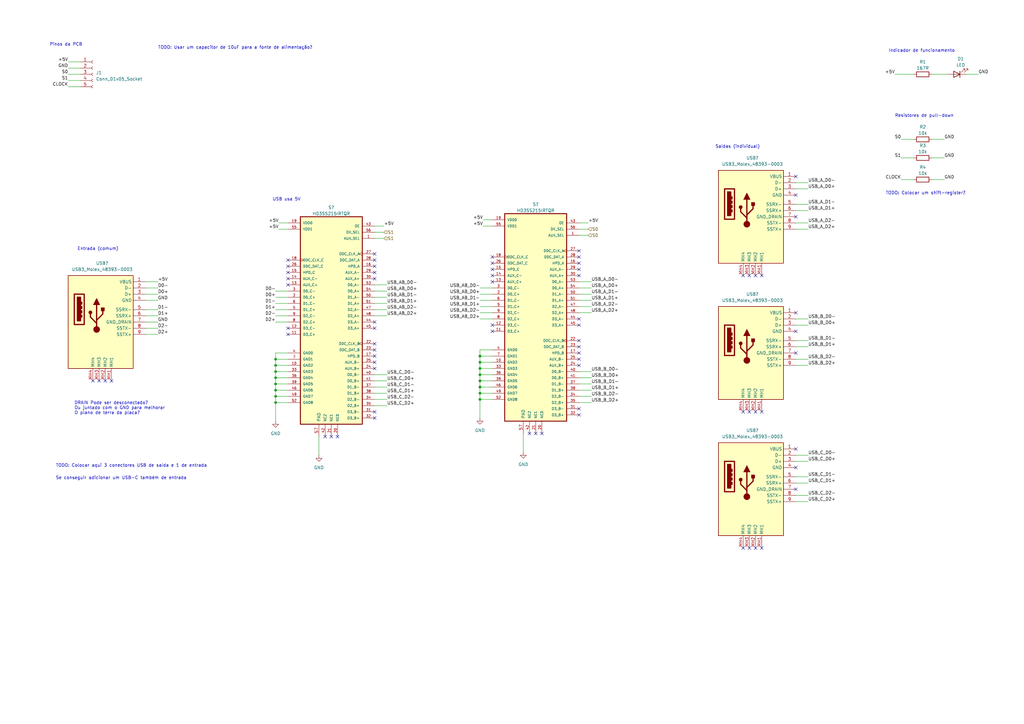
<source format=kicad_sch>
(kicad_sch (version 20230121) (generator eeschema)
  (paper "A3")
  (title_block (title "KVM Project - Módulo USB 3.0") (date "2023-09-01"))
  (lib_symbols
    (symbol "Connector:Conn_01x05_Socket" (pin_names (offset 1.016) hide)
      (property "Reference" "J" (at 0 7.62 0))
      (property "Value" "Conn_01x05_Socket" (at 0 -7.62 0))
      (symbol "Conn_01x05_Socket_1_1"
        (arc (start 0 -4.572) (mid -0.5058 -5.08) (end 0 -5.588) (stroke (width 0.1524)))
        (arc (start 0 -2.032) (mid -0.5058 -2.54) (end 0 -3.048) (stroke (width 0.1524)))
        (polyline (pts (xy -1.27 -5.08) (xy -0.508 -5.08)) (stroke (width 0.1524)))
        (polyline (pts (xy -1.27 -2.54) (xy -0.508 -2.54)) (stroke (width 0.1524)))
        (polyline (pts (xy -1.27 0) (xy -0.508 0)) (stroke (width 0.1524)))
        (polyline (pts (xy -1.27 2.54) (xy -0.508 2.54)) (stroke (width 0.1524)))
        (polyline (pts (xy -1.27 5.08) (xy -0.508 5.08)) (stroke (width 0.1524)))
        (arc (start 0 0.508) (mid -0.5058 0) (end 0 -0.508) (stroke (width 0.1524)))
        (arc (start 0 3.048) (mid -0.5058 2.54) (end 0 2.032) (stroke (width 0.1524)))
        (arc (start 0 5.588) (mid -0.5058 5.08) (end 0 4.572) (stroke (width 0.1524)))
        (pin passive line (at -5.08 5.08 0) (length 3.81) (name "Pin_1") (number "1"))
        (pin passive line (at -5.08 2.54 0) (length 3.81) (name "Pin_2") (number "2"))
        (pin passive line (at -5.08 0 0) (length 3.81) (name "Pin_3") (number "3"))
        (pin passive line (at -5.08 -2.54 0) (length 3.81) (name "Pin_4") (number "4"))
        (pin passive line (at -5.08 -5.08 0) (length 3.81) (name "Pin_5") (number "5"))
      )
    )
    (symbol "Custom:USB3_Molex_48393-0003"
      (property "Reference" "U?" (at -1.27 16.51 0))
      (property "Value" "USB3_Molex_48393-0003" (at 0 13.97 0))
      (symbol "USB3_Molex_48393-0003_0_0"
        (rectangle (start -11.43 3.81) (end -7.366 -8.636) (stroke (width 0.508)))
        (rectangle (start -10.16 2.54) (end -8.89 -7.112) (stroke (width 0.508)) (fill (type outline)))
        (rectangle (start -8.636 -4.826) (end -8.382 -5.588) (stroke (width 0.508)))
        (rectangle (start -8.636 -3.048) (end -8.382 -3.81) (stroke (width 0.508)))
        (rectangle (start -8.636 -1.27) (end -8.382 -2.032) (stroke (width 0.508)))
        (rectangle (start -8.636 0.508) (end -8.382 -0.254) (stroke (width 0.508)))
      )
      (symbol "USB3_Molex_48393-0003_1_1"
        (rectangle (start -13.97 11.43) (end 12.7 -26.67) (stroke (width 0.254)) (fill (type background)))
        (circle (center -4.826 -3.683) (radius 0.635) (stroke (width 0.254)) (fill (type outline)))
        (circle (center -2.286 -10.668) (radius 1.27) (fill (type outline)))
        (rectangle (start -0.381 -1.778) (end 0.889 -3.048) (stroke (width 0.254)) (fill (type outline)))
        (polyline (pts (xy -2.286 -10.668) (xy -2.286 -0.508)) (stroke (width 0.508)))
        (polyline (pts (xy -2.286 -8.128) (xy -4.826 -5.588) (xy -4.826 -4.318)) (stroke (width 0.508)))
        (polyline (pts (xy -2.286 -6.858) (xy 0.254 -4.318) (xy 0.254 -3.048)) (stroke (width 0.508)))
        (polyline (pts (xy -3.556 -0.508) (xy -2.286 2.032) (xy -1.016 -0.508) (xy -3.556 -0.508)) (stroke (width 0.254)) (fill (type outline)))
        (pin passive line (at 17.78 8.89 180) (length 5.08) (name "VBUS") (number "1"))
        (pin passive line (at 17.78 6.35 180) (length 5.08) (name "D-") (number "2"))
        (pin passive line (at 17.78 3.81 180) (length 5.08) (name "D+") (number "3"))
        (pin passive line (at 17.78 1.27 180) (length 5.08) (name "GND") (number "4"))
        (pin passive line (at 17.78 -2.54 180) (length 5.08) (name "SSRX-") (number "5"))
        (pin passive line (at 17.78 -5.08 180) (length 5.08) (name "SSRX+") (number "6"))
        (pin passive line (at 17.78 -7.62 180) (length 5.08) (name "GND_DRAIN") (number "7"))
        (pin passive line (at 17.78 -10.16 180) (length 5.08) (name "SSTX-") (number "8"))
        (pin passive line (at 17.78 -12.7 180) (length 5.08) (name "SSTX+") (number "9"))
        (pin passive line (at 3.81 -31.75 90) (length 5.08) (name "MH1") (number "MH1"))
        (pin passive line (at 1.27 -31.75 90) (length 5.08) (name "MH2") (number "MH2"))
        (pin passive line (at -1.27 -31.75 90) (length 5.08) (name "MH3") (number "MH3"))
        (pin passive line (at -3.81 -31.75 90) (length 5.08) (name "MH4") (number "MH4"))
      )
    )
    (symbol "Custom_HD3SS215IRTQR:HD3SS215IRTQR" (pin_names (offset 1.016))
      (property "Reference" "U" (at -12.7 61.96 0))
      (property "Value" "HD3SS215IRTQR" (at -7.62 62.23 0))
      (symbol "HD3SS215IRTQR_0_0"
        (rectangle (start -12.7 60.96) (end 12.7 -24.13) (stroke (width 0.41)) (fill (type background)))
        (pin input line (at -17.78 52.07 0) (length 5.08) (name "AUX_SEL") (number "1"))
        (pin input line (at -17.78 57.15 0) (length 5.08) (name "OE") (number "43"))
        (pin input line (at -17.78 54.61 0) (length 5.08) (name "DX_SEL") (number "56"))
      )
      (symbol "HD3SS215IRTQR_1_0"
        (pin power_in line (at 17.78 0 180) (length 5.08) (name "GND2") (number "10"))
        (pin bidirectional line (at 17.78 12.7 180) (length 5.08) (name "D3_C+") (number "11"))
        (pin bidirectional line (at 17.78 15.24 180) (length 5.08) (name "D3_C-") (number "12"))
        (pin bidirectional line (at 17.78 33.02 180) (length 5.08) (name "AUX_C+") (number "13"))
        (pin bidirectional line (at 17.78 35.56 180) (length 5.08) (name "AUX_C-") (number "14"))
        (pin bidirectional line (at 17.78 38.1 180) (length 5.08) (name "HPD_C") (number "15"))
        (pin bidirectional line (at -17.78 40.64 0) (length 5.08) (name "HPD_A") (number "16"))
        (pin bidirectional line (at -17.78 3.81 0) (length 5.08) (name "HPD_B") (number "17"))
        (pin input clock (at 17.78 43.18 180) (length 5.08) (name "DDC_CLK_C") (number "18"))
        (pin power_in line (at 17.78 58.42 180) (length 5.08) (name "VDD0") (number "19"))
        (pin bidirectional line (at 17.78 27.94 180) (length 5.08) (name "D0_C+") (number "2"))
        (pin bidirectional line (at -2.54 -29.21 90) (length 5.08) (name "NC0") (number "20"))
        (pin bidirectional line (at 0 -29.21 90) (length 5.08) (name "NC1") (number "21"))
        (pin input clock (at -17.78 8.89 0) (length 5.08) (name "DDC_CLK_B") (number "22"))
        (pin bidirectional line (at -17.78 6.35 0) (length 5.08) (name "DDC_DAT_B") (number "23"))
        (pin bidirectional line (at -17.78 -1.27 0) (length 5.08) (name "AUX_B+") (number "24"))
        (pin bidirectional line (at -17.78 1.27 0) (length 5.08) (name "AUX_B-") (number "25"))
        (pin bidirectional line (at 17.78 40.64 180) (length 5.08) (name "DDC_DAT_C") (number "26"))
        (pin input clock (at -17.78 45.72 0) (length 5.08) (name "DDC_CLK_A") (number "27"))
        (pin bidirectional line (at -17.78 43.18 0) (length 5.08) (name "DDC_DAT_A") (number "28"))
        (pin bidirectional line (at -17.78 38.1 0) (length 5.08) (name "AUX_A-") (number "29"))
        (pin bidirectional line (at 17.78 30.48 180) (length 5.08) (name "D0_C-") (number "3"))
        (pin bidirectional line (at -17.78 35.56 0) (length 5.08) (name "AUX_A+") (number "30"))
        (pin bidirectional line (at -17.78 -19.05 0) (length 5.08) (name "D3_B-") (number "31"))
        (pin bidirectional line (at -17.78 -21.59 0) (length 5.08) (name "D3_B+") (number "32"))
        (pin power_in line (at 17.78 -2.54 180) (length 5.08) (name "GND3") (number "33"))
        (pin bidirectional line (at -17.78 -13.97 0) (length 5.08) (name "D2_B-") (number "34"))
        (pin bidirectional line (at -17.78 -16.51 0) (length 5.08) (name "D2_B+") (number "35"))
        (pin power_in line (at 17.78 -5.08 180) (length 5.08) (name "GND4") (number "36"))
        (pin bidirectional line (at -17.78 -8.89 0) (length 5.08) (name "D1_B-") (number "37"))
        (pin bidirectional line (at -17.78 -11.43 0) (length 5.08) (name "D1_B+") (number "38"))
        (pin power_in line (at 17.78 -7.62 180) (length 5.08) (name "GND5") (number "39"))
        (pin power_in line (at 17.78 5.08 180) (length 5.08) (name "GND0") (number "4"))
        (pin bidirectional line (at -17.78 -3.81 0) (length 5.08) (name "D0_B-") (number "40"))
        (pin bidirectional line (at -17.78 -6.35 0) (length 5.08) (name "D0_B+") (number "41"))
        (pin bidirectional line (at 2.54 -29.21 90) (length 5.08) (name "NC2") (number "42"))
        (pin bidirectional line (at -17.78 17.78 0) (length 5.08) (name "D3_A-") (number "44"))
        (pin bidirectional line (at -17.78 15.24 0) (length 5.08) (name "D3_A+") (number "45"))
        (pin power_in line (at 17.78 -10.16 180) (length 5.08) (name "GND6") (number "46"))
        (pin bidirectional line (at -17.78 22.86 0) (length 5.08) (name "D2_A-") (number "47"))
        (pin bidirectional line (at -17.78 20.32 0) (length 5.08) (name "D2_A+") (number "48"))
        (pin power_in line (at 17.78 -12.7 180) (length 5.08) (name "GND7") (number "49"))
        (pin bidirectional line (at 17.78 22.86 180) (length 5.08) (name "D1_C+") (number "5"))
        (pin bidirectional line (at -17.78 27.94 0) (length 5.08) (name "D1_A-") (number "50"))
        (pin bidirectional line (at -17.78 25.4 0) (length 5.08) (name "D1_A+") (number "51"))
        (pin power_in line (at 17.78 -15.24 180) (length 5.08) (name "GND8") (number "52"))
        (pin bidirectional line (at -17.78 33.02 0) (length 5.08) (name "D0_A-") (number "53"))
        (pin bidirectional line (at -17.78 30.48 0) (length 5.08) (name "D0_A+") (number "54"))
        (pin power_in line (at 17.78 55.88 180) (length 5.08) (name "VDD1") (number "55"))
        (pin bidirectional line (at 17.78 25.4 180) (length 5.08) (name "D1_C-") (number "6"))
        (pin power_in line (at 17.78 2.54 180) (length 5.08) (name "GND1") (number "7"))
        (pin bidirectional line (at 17.78 17.78 180) (length 5.08) (name "D2_C+") (number "8"))
        (pin bidirectional line (at 17.78 20.32 180) (length 5.08) (name "D2_C-") (number "9"))
      )
      (symbol "HD3SS215IRTQR_1_1"
        (pin passive line (at 5.08 -29.21 90) (length 5.08) (name "PAD") (number "57"))
      )
    )
    (symbol "Device:LED" (pin_numbers hide) (pin_names (offset 1.016) hide)
      (property "Reference" "D" (at 0 2.54 0))
      (property "Value" "LED" (at 0 -2.54 0))
      (symbol "LED_0_1"
        (polyline (pts (xy -1.27 -1.27) (xy -1.27 1.27)) (stroke (width 0.254)))
        (polyline (pts (xy -1.27 0) (xy 1.27 0)))
        (polyline (pts (xy 1.27 -1.27) (xy 1.27 1.27) (xy -1.27 0) (xy 1.27 -1.27)) (stroke (width 0.254)))
        (polyline (pts (xy -3.048 -0.762) (xy -4.572 -2.286) (xy -3.81 -2.286) (xy -4.572 -2.286) (xy -4.572 -1.524)))
        (polyline (pts (xy -1.778 -0.762) (xy -3.302 -2.286) (xy -2.54 -2.286) (xy -3.302 -2.286) (xy -3.302 -1.524)))
      )
      (symbol "LED_1_1"
        (pin passive line (at -3.81 0 0) (length 2.54) (name "K") (number "1"))
        (pin passive line (at 3.81 0 180) (length 2.54) (name "A") (number "2"))
      )
    )
    (symbol "Device:R" (pin_numbers hide) (pin_names (offset 0))
      (property "Reference" "R" (at 2.032 0 90))
      (property "Value" "R" (at 0 0 90))
      (symbol "R_0_1"
        (rectangle (start -1.016 -2.54) (end 1.016 2.54) (stroke (width 0.254)))
      )
      (symbol "R_1_1"
        (pin passive line (at 0 3.81 270) (length 1.27) (name "~") (number "1"))
        (pin passive line (at 0 -3.81 90) (length 1.27) (name "~") (number "2"))
      )
    )
    (symbol "HD3SS215IRTQR_1" (pin_names (offset 1.016))
      (property "Reference" "U" (at -12.7 61.96 0))
      (property "Value" "HD3SS215IRTQR" (at -7.62 62.23 0))
      (symbol "HD3SS215IRTQR_1_0_0"
        (rectangle (start -12.7 60.96) (end 12.7 -24.13) (stroke (width 0.41)) (fill (type background)))
        (pin input line (at -17.78 52.07 0) (length 5.08) (name "AUX_SEL") (number "1"))
        (pin input line (at -17.78 57.15 0) (length 5.08) (name "OE") (number "43"))
        (pin input line (at -17.78 54.61 0) (length 5.08) (name "DX_SEL") (number "56"))
      )
      (symbol "HD3SS215IRTQR_1_1_0"
        (pin power_in line (at 17.78 0 180) (length 5.08) (name "GND2") (number "10"))
        (pin bidirectional line (at 17.78 12.7 180) (length 5.08) (name "D3_C+") (number "11"))
        (pin bidirectional line (at 17.78 15.24 180) (length 5.08) (name "D3_C-") (number "12"))
        (pin bidirectional line (at 17.78 33.02 180) (length 5.08) (name "AUX_C+") (number "13"))
        (pin bidirectional line (at 17.78 35.56 180) (length 5.08) (name "AUX_C-") (number "14"))
        (pin bidirectional line (at 17.78 38.1 180) (length 5.08) (name "HPD_C") (number "15"))
        (pin bidirectional line (at -17.78 40.64 0) (length 5.08) (name "HPD_A") (number "16"))
        (pin bidirectional line (at -17.78 3.81 0) (length 5.08) (name "HPD_B") (number "17"))
        (pin input clock (at 17.78 43.18 180) (length 5.08) (name "DDC_CLK_C") (number "18"))
        (pin power_in line (at 17.78 58.42 180) (length 5.08) (name "VDD0") (number "19"))
        (pin bidirectional line (at 17.78 27.94 180) (length 5.08) (name "D0_C+") (number "2"))
        (pin bidirectional line (at -2.54 -29.21 90) (length 5.08) (name "NC0") (number "20"))
        (pin bidirectional line (at 0 -29.21 90) (length 5.08) (name "NC1") (number "21"))
        (pin input clock (at -17.78 8.89 0) (length 5.08) (name "DDC_CLK_B") (number "22"))
        (pin bidirectional line (at -17.78 6.35 0) (length 5.08) (name "DDC_DAT_B") (number "23"))
        (pin bidirectional line (at -17.78 -1.27 0) (length 5.08) (name "AUX_B+") (number "24"))
        (pin bidirectional line (at -17.78 1.27 0) (length 5.08) (name "AUX_B-") (number "25"))
        (pin bidirectional line (at 17.78 40.64 180) (length 5.08) (name "DDC_DAT_C") (number "26"))
        (pin input clock (at -17.78 45.72 0) (length 5.08) (name "DDC_CLK_A") (number "27"))
        (pin bidirectional line (at -17.78 43.18 0) (length 5.08) (name "DDC_DAT_A") (number "28"))
        (pin bidirectional line (at -17.78 38.1 0) (length 5.08) (name "AUX_A-") (number "29"))
        (pin bidirectional line (at 17.78 30.48 180) (length 5.08) (name "D0_C-") (number "3"))
        (pin bidirectional line (at -17.78 35.56 0) (length 5.08) (name "AUX_A+") (number "30"))
        (pin bidirectional line (at -17.78 -19.05 0) (length 5.08) (name "D3_B-") (number "31"))
        (pin bidirectional line (at -17.78 -21.59 0) (length 5.08) (name "D3_B+") (number "32"))
        (pin power_in line (at 17.78 -2.54 180) (length 5.08) (name "GND3") (number "33"))
        (pin bidirectional line (at -17.78 -13.97 0) (length 5.08) (name "D2_B-") (number "34"))
        (pin bidirectional line (at -17.78 -16.51 0) (length 5.08) (name "D2_B+") (number "35"))
        (pin power_in line (at 17.78 -5.08 180) (length 5.08) (name "GND4") (number "36"))
        (pin bidirectional line (at -17.78 -8.89 0) (length 5.08) (name "D1_B-") (number "37"))
        (pin bidirectional line (at -17.78 -11.43 0) (length 5.08) (name "D1_B+") (number "38"))
        (pin power_in line (at 17.78 -7.62 180) (length 5.08) (name "GND5") (number "39"))
        (pin power_in line (at 17.78 5.08 180) (length 5.08) (name "GND0") (number "4"))
        (pin bidirectional line (at -17.78 -3.81 0) (length 5.08) (name "D0_B-") (number "40"))
        (pin bidirectional line (at -17.78 -6.35 0) (length 5.08) (name "D0_B+") (number "41"))
        (pin bidirectional line (at 2.54 -29.21 90) (length 5.08) (name "NC2") (number "42"))
        (pin bidirectional line (at -17.78 17.78 0) (length 5.08) (name "D3_A-") (number "44"))
        (pin bidirectional line (at -17.78 15.24 0) (length 5.08) (name "D3_A+") (number "45"))
        (pin power_in line (at 17.78 -10.16 180) (length 5.08) (name "GND6") (number "46"))
        (pin bidirectional line (at -17.78 22.86 0) (length 5.08) (name "D2_A-") (number "47"))
        (pin bidirectional line (at -17.78 20.32 0) (length 5.08) (name "D2_A+") (number "48"))
        (pin power_in line (at 17.78 -12.7 180) (length 5.08) (name "GND7") (number "49"))
        (pin bidirectional line (at 17.78 22.86 180) (length 5.08) (name "D1_C+") (number "5"))
        (pin bidirectional line (at -17.78 27.94 0) (length 5.08) (name "D1_A-") (number "50"))
        (pin bidirectional line (at -17.78 25.4 0) (length 5.08) (name "D1_A+") (number "51"))
        (pin power_in line (at 17.78 -15.24 180) (length 5.08) (name "GND8") (number "52"))
        (pin bidirectional line (at -17.78 33.02 0) (length 5.08) (name "D0_A-") (number "53"))
        (pin bidirectional line (at -17.78 30.48 0) (length 5.08) (name "D0_A+") (number "54"))
        (pin power_in line (at 17.78 55.88 180) (length 5.08) (name "VDD1") (number "55"))
        (pin bidirectional line (at 17.78 25.4 180) (length 5.08) (name "D1_C-") (number "6"))
        (pin power_in line (at 17.78 2.54 180) (length 5.08) (name "GND1") (number "7"))
        (pin bidirectional line (at 17.78 17.78 180) (length 5.08) (name "D2_C+") (number "8"))
        (pin bidirectional line (at 17.78 20.32 180) (length 5.08) (name "D2_C-") (number "9"))
      )
      (symbol "HD3SS215IRTQR_1_1_1"
        (pin passive line (at 5.08 -29.21 90) (length 5.08) (name "PAD") (number "57"))
      )
    )
    (symbol "power:GND" (power) (pin_names (offset 0))
      (property "Value" "GND" (at 0 -3.81 0))
      (symbol "GND_0_1"
        (polyline (pts (xy 0 0) (xy 0 -1.27) (xy 1.27 -1.27) (xy 0 -2.54) (xy -1.27 -1.27) (xy 0 -1.27)))
      )
      (symbol "GND_1_1"
        (pin power_in line (at 0 0 270) (length 0) hide (name "GND") (number "1"))
      )
    )
  )
  (junction (at 196.85 158.75))
  (junction (at 113.03 160.02))
  (junction (at 196.85 146.05))
  (junction (at 196.85 151.13))
  (junction (at 113.03 149.86))
  (junction (at 113.03 147.32))
  (junction (at 196.85 156.21))
  (junction (at 113.03 165.1))
  (junction (at 113.03 162.56))
  (junction (at 196.85 153.67))
  (junction (at 196.85 148.59))
  (junction (at 196.85 163.83))
  (junction (at 113.03 157.48))
  (junction (at 113.03 154.94))
  (junction (at 113.03 152.4))
  (junction (at 196.85 161.29))
  (no_connect (at 326.39 144.78))
  (no_connect (at 138.43 179.07))
  (no_connect (at 153.67 134.62))
  (no_connect (at 237.49 107.95))
  (no_connect (at 40.64 156.21))
  (no_connect (at 237.49 110.49))
  (no_connect (at 153.67 132.08))
  (no_connect (at 309.88 224.79))
  (no_connect (at 237.49 142.24))
  (no_connect (at 45.72 156.21))
  (no_connect (at 133.35 179.07))
  (no_connect (at 217.17 177.8))
  (no_connect (at 201.93 135.89))
  (no_connect (at 237.49 170.18))
  (no_connect (at 307.34 168.91))
  (no_connect (at 326.39 72.39))
  (no_connect (at 326.39 128.27))
  (no_connect (at 38.1 156.21))
  (no_connect (at 237.49 149.86))
  (no_connect (at 153.67 171.45))
  (no_connect (at 118.11 137.16))
  (no_connect (at 135.89 179.07))
  (no_connect (at 312.42 113.03))
  (no_connect (at 309.88 113.03))
  (no_connect (at 237.49 133.35))
  (no_connect (at 237.49 113.03))
  (no_connect (at 304.8 113.03))
  (no_connect (at 153.67 143.51))
  (no_connect (at 304.8 168.91))
  (no_connect (at 153.67 104.14))
  (no_connect (at 118.11 134.62))
  (no_connect (at 118.11 109.22))
  (no_connect (at 222.25 177.8))
  (no_connect (at 326.39 200.66))
  (no_connect (at 153.67 106.68))
  (no_connect (at 153.67 151.13))
  (no_connect (at 153.67 109.22))
  (no_connect (at 43.18 156.21))
  (no_connect (at 312.42 224.79))
  (no_connect (at 118.11 106.68))
  (no_connect (at 326.39 80.01))
  (no_connect (at 304.8 224.79))
  (no_connect (at 153.67 146.05))
  (no_connect (at 237.49 167.64))
  (no_connect (at 201.93 133.35))
  (no_connect (at 237.49 102.87))
  (no_connect (at 201.93 110.49))
  (no_connect (at 118.11 116.84))
  (no_connect (at 326.39 88.9))
  (no_connect (at 326.39 184.15))
  (no_connect (at 237.49 139.7))
  (no_connect (at 153.67 168.91))
  (no_connect (at 118.11 114.3))
  (no_connect (at 237.49 130.81))
  (no_connect (at 309.88 168.91))
  (no_connect (at 201.93 107.95))
  (no_connect (at 326.39 135.89))
  (no_connect (at 307.34 113.03))
  (no_connect (at 219.71 177.8))
  (no_connect (at 237.49 147.32))
  (no_connect (at 201.93 105.41))
  (no_connect (at 237.49 144.78))
  (no_connect (at 201.93 115.57))
  (no_connect (at 307.34 224.79))
  (no_connect (at 237.49 105.41))
  (no_connect (at 153.67 140.97))
  (no_connect (at 118.11 111.76))
  (no_connect (at 312.42 168.91))
  (no_connect (at 201.93 113.03))
  (no_connect (at 153.67 111.76))
  (no_connect (at 326.39 191.77))
  (no_connect (at 153.67 114.3))
  (no_connect (at 153.67 148.59))
  (wire (pts (xy 198.12 92.71) (xy 201.93 92.71)))
  (wire (pts (xy 331.47 198.12) (xy 326.39 198.12)))
  (wire (pts (xy 153.67 158.75) (xy 158.75 158.75)))
  (wire (pts (xy 113.03 160.02) (xy 113.03 162.56)))
  (wire (pts (xy 27.94 30.48) (xy 33.02 30.48)))
  (wire (pts (xy 237.49 165.1) (xy 242.57 165.1)))
  (wire (pts (xy 33.02 25.4) (xy 27.94 25.4)))
  (wire (pts (xy 331.47 142.24) (xy 326.39 142.24)))
  (wire (pts (xy 196.85 161.29) (xy 196.85 163.83)))
  (wire (pts (xy 114.3 93.98) (xy 118.11 93.98)))
  (wire (pts (xy 196.85 143.51) (xy 196.85 146.05)))
  (wire (pts (xy 196.85 151.13) (xy 196.85 153.67)))
  (wire (pts (xy 113.03 154.94) (xy 113.03 157.48)))
  (wire (pts (xy 198.12 90.17) (xy 201.93 90.17)))
  (wire (pts (xy 196.85 158.75) (xy 201.93 158.75)))
  (wire (pts (xy 237.49 128.27) (xy 242.57 128.27)))
  (wire (pts (xy 113.03 165.1) (xy 113.03 172.72)))
  (wire (pts (xy 113.03 165.1) (xy 118.11 165.1)))
  (wire (pts (xy 196.85 161.29) (xy 201.93 161.29)))
  (wire (pts (xy 242.57 154.94) (xy 237.49 154.94)))
  (wire (pts (xy 158.75 124.46) (xy 153.67 124.46)))
  (wire (pts (xy 326.39 186.69) (xy 331.47 186.69)))
  (wire (pts (xy 196.85 156.21) (xy 196.85 158.75)))
  (wire (pts (xy 153.67 116.84) (xy 158.75 116.84)))
  (wire (pts (xy 196.85 146.05) (xy 201.93 146.05)))
  (wire (pts (xy 326.39 195.58) (xy 331.47 195.58)))
  (wire (pts (xy 27.94 33.02) (xy 33.02 33.02)))
  (wire (pts (xy 113.03 129.54) (xy 118.11 129.54)))
  (wire (pts (xy 113.03 147.32) (xy 118.11 147.32)))
  (wire (pts (xy 374.65 57.15) (xy 369.57 57.15)))
  (wire (pts (xy 326.39 93.98) (xy 331.47 93.98)))
  (wire (pts (xy 64.77 129.54) (xy 59.69 129.54)))
  (wire (pts (xy 326.39 139.7) (xy 331.47 139.7)))
  (wire (pts (xy 331.47 133.35) (xy 326.39 133.35)))
  (wire (pts (xy 130.81 179.07) (xy 130.81 186.69)))
  (wire (pts (xy 201.93 123.19) (xy 196.85 123.19)))
  (wire (pts (xy 153.67 153.67) (xy 158.75 153.67)))
  (wire (pts (xy 158.75 161.29) (xy 153.67 161.29)))
  (wire (pts (xy 196.85 163.83) (xy 196.85 171.45)))
  (wire (pts (xy 59.69 127) (xy 64.77 127)))
  (wire (pts (xy 196.85 146.05) (xy 196.85 148.59)))
  (wire (pts (xy 27.94 27.94) (xy 33.02 27.94)))
  (wire (pts (xy 214.63 177.8) (xy 214.63 185.42)))
  (wire (pts (xy 196.85 128.27) (xy 201.93 128.27)))
  (wire (pts (xy 113.03 154.94) (xy 118.11 154.94)))
  (wire (pts (xy 158.75 163.83) (xy 153.67 163.83)))
  (wire (pts (xy 196.85 153.67) (xy 201.93 153.67)))
  (wire (pts (xy 59.69 118.11) (xy 64.77 118.11)))
  (wire (pts (xy 196.85 143.51) (xy 201.93 143.51)))
  (wire (pts (xy 157.48 97.79) (xy 153.67 97.79)))
  (wire (pts (xy 153.67 129.54) (xy 158.75 129.54)))
  (wire (pts (xy 113.03 157.48) (xy 118.11 157.48)))
  (wire (pts (xy 242.57 123.19) (xy 237.49 123.19)))
  (wire (pts (xy 113.03 162.56) (xy 118.11 162.56)))
  (wire (pts (xy 241.3 93.98) (xy 237.49 93.98)))
  (wire (pts (xy 326.39 74.93) (xy 331.47 74.93)))
  (wire (pts (xy 64.77 132.08) (xy 59.69 132.08)))
  (wire (pts (xy 158.75 119.38) (xy 153.67 119.38)))
  (wire (pts (xy 113.03 160.02) (xy 118.11 160.02)))
  (wire (pts (xy 113.03 149.86) (xy 113.03 152.4)))
  (wire (pts (xy 113.03 121.92) (xy 118.11 121.92)))
  (wire (pts (xy 326.39 83.82) (xy 331.47 83.82)))
  (wire (pts (xy 157.48 95.25) (xy 153.67 95.25)))
  (wire (pts (xy 237.49 120.65) (xy 242.57 120.65)))
  (wire (pts (xy 196.85 153.67) (xy 196.85 156.21)))
  (wire (pts (xy 113.03 144.78) (xy 113.03 147.32)))
  (wire (pts (xy 237.49 157.48) (xy 242.57 157.48)))
  (wire (pts (xy 196.85 120.65) (xy 201.93 120.65)))
  (wire (pts (xy 326.39 149.86) (xy 331.47 149.86)))
  (wire (pts (xy 331.47 77.47) (xy 326.39 77.47)))
  (wire (pts (xy 158.75 127) (xy 153.67 127)))
  (wire (pts (xy 242.57 162.56) (xy 237.49 162.56)))
  (wire (pts (xy 201.93 118.11) (xy 196.85 118.11)))
  (wire (pts (xy 113.03 147.32) (xy 113.03 149.86)))
  (wire (pts (xy 113.03 152.4) (xy 113.03 154.94)))
  (wire (pts (xy 241.3 96.52) (xy 237.49 96.52)))
  (wire (pts (xy 196.85 158.75) (xy 196.85 161.29)))
  (wire (pts (xy 382.27 30.48) (xy 388.62 30.48)))
  (wire (pts (xy 157.48 92.71) (xy 153.67 92.71)))
  (wire (pts (xy 201.93 130.81) (xy 196.85 130.81)))
  (wire (pts (xy 387.35 57.15) (xy 382.27 57.15)))
  (wire (pts (xy 59.69 137.16) (xy 64.77 137.16)))
  (wire (pts (xy 113.03 152.4) (xy 118.11 152.4)))
  (wire (pts (xy 242.57 160.02) (xy 237.49 160.02)))
  (wire (pts (xy 387.35 73.66) (xy 382.27 73.66)))
  (wire (pts (xy 241.3 91.44) (xy 237.49 91.44)))
  (wire (pts (xy 118.11 124.46) (xy 113.03 124.46)))
  (wire (pts (xy 118.11 132.08) (xy 113.03 132.08)))
  (wire (pts (xy 196.85 151.13) (xy 201.93 151.13)))
  (wire (pts (xy 331.47 203.2) (xy 326.39 203.2)))
  (wire (pts (xy 367.03 30.48) (xy 374.65 30.48)))
  (wire (pts (xy 237.49 152.4) (xy 242.57 152.4)))
  (wire (pts (xy 196.85 148.59) (xy 201.93 148.59)))
  (wire (pts (xy 64.77 134.62) (xy 59.69 134.62)))
  (wire (pts (xy 401.32 30.48) (xy 396.24 30.48)))
  (wire (pts (xy 196.85 148.59) (xy 196.85 151.13)))
  (wire (pts (xy 331.47 86.36) (xy 326.39 86.36)))
  (wire (pts (xy 113.03 127) (xy 118.11 127)))
  (wire (pts (xy 113.03 144.78) (xy 118.11 144.78)))
  (wire (pts (xy 153.67 166.37) (xy 158.75 166.37)))
  (wire (pts (xy 326.39 205.74) (xy 331.47 205.74)))
  (wire (pts (xy 153.67 121.92) (xy 158.75 121.92)))
  (wire (pts (xy 113.03 157.48) (xy 113.03 160.02)))
  (wire (pts (xy 387.35 64.77) (xy 382.27 64.77)))
  (wire (pts (xy 331.47 189.23) (xy 326.39 189.23)))
  (wire (pts (xy 242.57 125.73) (xy 237.49 125.73)))
  (wire (pts (xy 196.85 125.73) (xy 201.93 125.73)))
  (wire (pts (xy 237.49 115.57) (xy 242.57 115.57)))
  (wire (pts (xy 374.65 73.66) (xy 369.57 73.66)))
  (wire (pts (xy 113.03 162.56) (xy 113.03 165.1)))
  (wire (pts (xy 242.57 118.11) (xy 237.49 118.11)))
  (wire (pts (xy 331.47 91.44) (xy 326.39 91.44)))
  (wire (pts (xy 196.85 163.83) (xy 201.93 163.83)))
  (wire (pts (xy 64.77 120.65) (xy 59.69 120.65)))
  (wire (pts (xy 27.94 35.56) (xy 33.02 35.56)))
  (wire (pts (xy 326.39 130.81) (xy 331.47 130.81)))
  (wire (pts (xy 114.3 91.44) (xy 118.11 91.44)))
  (wire (pts (xy 158.75 156.21) (xy 153.67 156.21)))
  (wire (pts (xy 64.77 115.57) (xy 59.69 115.57)))
  (wire (pts (xy 118.11 119.38) (xy 113.03 119.38)))
  (wire (pts (xy 113.03 149.86) (xy 118.11 149.86)))
  (wire (pts (xy 64.77 123.19) (xy 59.69 123.19)))
  (wire (pts (xy 331.47 147.32) (xy 326.39 147.32)))
  (wire (pts (xy 196.85 156.21) (xy 201.93 156.21)))
  (wire (pts (xy 374.65 64.77) (xy 369.57 64.77)))
  (text "TODO: Usar um capacitor de 10uF para a fonte de alimentação?" (at 64.77 20.32 0) (effects (font (size 1.27 1.27)) (justify left bottom)))
  (text "Entrada (comum)" (at 31.75 102.87 0) (effects (font (size 1.27 1.27)) (justify left bottom)))
  (text "DRAIN Pode ser desconectado?\nOu juntado com o GND para melhorar\nO plano de terra da placa?" (at 30.48 170.18 0) (effects (font (size 1.27 1.27)) (justify left bottom)))
  (text "USB usa 5V" (at 111.76 82.55 0) (effects (font (size 1.27 1.27)) (justify left bottom)))
  (text "Resistores de pull-down" (at 367.03 48.26 0) (effects (font (size 1.27 1.27)) (justify left bottom)))
  (text "Pinos da PCB" (at 20.32 19.05 0) (effects (font (size 1.27 1.27)) (justify left bottom)))
  (text "TODO: Colocar aqui 3 conectores USB de saída e 1 de entrada" (at 22.86 191.77 0) (effects (font (size 1.27 1.27)) (justify left bottom)))
  (text "TODO: Colocar um shift-register?" (at 363.22 80.01 0) (effects (font (size 1.27 1.27)) (justify left bottom)))
  (text "Saídas (individual)" (at 293.37 60.96 0) (effects (font (size 1.27 1.27)) (justify left bottom)))
  (text "Indicador de funcionamento" (at 364.49 21.59 0) (effects (font (size 1.27 1.27)) (justify left bottom)))
  (text "Se conseguir adicionar um USB-C também de entrada" (at 22.86 196.85 0) (effects (font (size 1.27 1.27)) (justify left bottom)))
  (label "USB_C_D1-" (at 158.75 158.75 0))
  (label "S0" (at 27.94 30.48 180))
  (label "USB_B_D0-" (at 331.47 130.81 0))
  (label "USB_AB_D0+" (at 158.75 119.38 0))
  (label "+5V" (at 27.94 25.4 180))
  (label "USB_AB_D0+" (at 196.85 120.65 180))
  (label "USB_AB_D0-" (at 196.85 118.11 180))
  (label "D1+" (at 113.03 127 180))
  (label "USB_A_D2+" (at 331.47 93.98 0))
  (label "USB_B_D1-" (at 242.57 157.48 0))
  (label "USB_B_D0+" (at 242.57 154.94 0))
  (label "USB_B_D1-" (at 331.47 139.7 0))
  (label "+5V" (at 157.48 92.71 0))
  (label "GND" (at 27.94 27.94 180))
  (label "USB_C_D2-" (at 158.75 163.83 0))
  (label "USB_C_D0+" (at 158.75 156.21 0))
  (label "USB_B_D2+" (at 242.57 165.1 0))
  (label "USB_C_D0-" (at 331.47 186.69 0))
  (label "USB_A_D1+" (at 242.57 123.19 0))
  (label "USB_AB_D1+" (at 196.85 125.73 180))
  (label "USB_C_D2+" (at 158.75 166.37 0))
  (label "USB_B_D2-" (at 331.47 147.32 0))
  (label "GND" (at 64.77 123.19 0))
  (label "USB_C_D1+" (at 331.47 198.12 0))
  (label "USB_B_D0-" (at 242.57 152.4 0))
  (label "USB_AB_D1+" (at 158.75 124.46 0))
  (label "S0" (at 369.57 57.15 180))
  (label "S1" (at 369.57 64.77 180))
  (label "GND" (at 64.77 132.08 0))
  (label "USB_A_D0+" (at 242.57 118.11 0))
  (label "D2+" (at 113.03 132.08 180))
  (label "D2+" (at 64.77 137.16 0))
  (label "USB_C_D0+" (at 331.47 189.23 0))
  (label "CLOCK" (at 369.57 73.66 180))
  (label "USB_A_D0-" (at 331.47 74.93 0))
  (label "+5V" (at 114.3 93.98 180))
  (label "+5V" (at 198.12 92.71 180))
  (label "USB_C_D0-" (at 158.75 153.67 0))
  (label "GND" (at 401.32 30.48 0))
  (label "USB_A_D2+" (at 242.57 128.27 0))
  (label "USB_B_D1+" (at 331.47 142.24 0))
  (label "USB_B_D2+" (at 331.47 149.86 0))
  (label "USB_A_D1-" (at 242.57 120.65 0))
  (label "USB_A_D2-" (at 242.57 125.73 0))
  (label "GND" (at 387.35 64.77 0))
  (label "D0+" (at 113.03 121.92 180))
  (label "USB_A_D0-" (at 242.57 115.57 0))
  (label "USB_AB_D0-" (at 158.75 116.84 0))
  (label "USB_AB_D1-" (at 196.85 123.19 180))
  (label "D2-" (at 113.03 129.54 180))
  (label "+5V" (at 241.3 91.44 0))
  (label "USB_C_D2-" (at 331.47 203.2 0))
  (label "USB_B_D2-" (at 242.57 162.56 0))
  (label "D0-" (at 64.77 118.11 0))
  (label "USB_A_D2-" (at 331.47 91.44 0))
  (label "D2-" (at 64.77 134.62 0))
  (label "USB_AB_D2+" (at 196.85 130.81 180))
  (label "USB_B_D1+" (at 242.57 160.02 0))
  (label "USB_AB_D1-" (at 158.75 121.92 0))
  (label "CLOCK" (at 27.94 35.56 180))
  (label "USB_AB_D2+" (at 158.75 129.54 0))
  (label "D0-" (at 113.03 119.38 180))
  (label "GND" (at 387.35 57.15 0))
  (label "D1-" (at 64.77 127 0))
  (label "D1+" (at 64.77 129.54 0))
  (label "USB_B_D0+" (at 331.47 133.35 0))
  (label "USB_C_D2+" (at 331.47 205.74 0))
  (label "D1-" (at 113.03 124.46 180))
  (label "GND" (at 387.35 73.66 0))
  (label "USB_AB_D2-" (at 158.75 127 0))
  (label "+5V" (at 198.12 90.17 180))
  (label "USB_C_D1+" (at 158.75 161.29 0))
  (label "USB_A_D0+" (at 331.47 77.47 0))
  (label "D0+" (at 64.77 120.65 0))
  (label "S1" (at 27.94 33.02 180))
  (label "USB_A_D1-" (at 331.47 83.82 0))
  (label "+5V" (at 114.3 91.44 180))
  (label "+5V" (at 64.77 115.57 0))
  (label "USB_A_D1+" (at 331.47 86.36 0))
  (label "USB_AB_D2-" (at 196.85 128.27 180))
  (label "USB_C_D1-" (at 331.47 195.58 0))
  (label "+5V" (at 367.03 30.48 180))
  (hierarchical_label "S1" (shape input) (at 157.48 97.79 0))
  (hierarchical_label "S0" (shape input) (at 241.3 93.98 0))
  (hierarchical_label "S0" (shape input) (at 241.3 96.52 0))
  (hierarchical_label "S1" (shape input) (at 157.48 95.25 0))
  (symbol (lib_name "HD3SS215IRTQR_1") (lib_id "Custom_HD3SS215IRTQR:HD3SS215IRTQR") (at 135.89 149.86 0) (mirror y) (unit 1)
    (property "Reference" "S?" (at 135.89 85.09 0))
    (property "Value" "HD3SS215IRTQR" (at 135.89 87.63 0))
    (property "Footprint" "QFN50P800X800X100-57N" (effects hide))
    (property "Manufacturer" "Texas Instruments" (effects hide))
    (property "Package" "QFN50P800X800X100-57N" (effects hide))
  )
  (symbol (lib_id "Connector:Conn_01x05_Socket") (at 38.1 30.48 0) (unit 1)
    (property "Reference" "J1" (at 39.37 29.845 0) (effects (justify left)))
    (property "Value" "Conn_01x05_Socket" (at 39.37 32.385 0) (effects (justify left)))
    (property "Footprint" "Connector_Wire:SolderWire-0.5sqmm_1x05_P4.8mm_D0.9mm_OD2.3mm" (effects hide))
  )
  (symbol (lib_id "power:GND") (at 214.63 185.42 0) (unit 1)
    (property "Reference" "#PWR06" (effects hide))
    (property "Value" "GND" (at 214.63 190.5 0))
  )
  (symbol (lib_id "power:GND") (at 113.03 172.72 0) (unit 1)
    (property "Reference" "#PWR03" (effects hide))
    (property "Value" "GND" (at 113.03 177.8 0))
  )
  (symbol (lib_id "Custom:USB3_Molex_48393-0003") (at 308.61 81.28 0) (unit 1)
    (property "Reference" "USB?" (at 308.61 64.77 0))
    (property "Value" "USB3_Molex_48393-0003" (at 308.61 67.31 0))
    (property "Footprint" "Custom_Footprints:USB3_Molex_48393-0003" (effects hide))
    (property "Datasheet" "https://www.molex.com/content/dam/molex/molex-dot-com/products/automated/en-us/salesdrawingpdf/483/48393/483930003_sd.pdf?inline" (effects hide))
    (property "Height" "7.11" (effects hide))
    (property "Mouser Part Number" "538-48393-0003" (effects hide))
    (property "Mouser Price/Stock" "https://www.mouser.co.uk/ProductDetail/Molex/48393-0003?qs=KpdAywxU010pLgWj887I%252Bw%3D%3D" (effects hide))
    (property "Manufacturer_Name" "Molex" (effects hide))
    (property "Manufacturer_Part_Number" "48393-0003" (effects hide))
  )
  (symbol (lib_id "Custom:USB3_Molex_48393-0003") (at 308.61 193.04 0) (unit 1)
    (property "Reference" "USB?" (at 308.61 176.53 0))
    (property "Value" "USB3_Molex_48393-0003" (at 308.61 179.07 0))
    (property "Footprint" "Custom_Footprints:USB3_Molex_48393-0003" (effects hide))
    (property "Datasheet" "https://www.molex.com/content/dam/molex/molex-dot-com/products/automated/en-us/salesdrawingpdf/483/48393/483930003_sd.pdf?inline" (effects hide))
    (property "Height" "7.11" (effects hide))
    (property "Mouser Part Number" "538-48393-0003" (effects hide))
    (property "Mouser Price/Stock" "https://www.mouser.co.uk/ProductDetail/Molex/48393-0003?qs=KpdAywxU010pLgWj887I%252Bw%3D%3D" (effects hide))
    (property "Manufacturer_Name" "Molex" (effects hide))
    (property "Manufacturer_Part_Number" "48393-0003" (effects hide))
  )
  (symbol (lib_id "Custom_HD3SS215IRTQR:HD3SS215IRTQR") (at 219.71 148.59 0) (mirror y) (unit 1)
    (property "Reference" "S?" (at 219.71 83.82 0))
    (property "Value" "HD3SS215IRTQR" (at 219.71 86.36 0))
    (property "Footprint" "QFN50P800X800X100-57N" (effects hide))
    (property "Manufacturer" "Texas Instruments" (effects hide))
    (property "Package" "QFN50P800X800X100-57N" (effects hide))
  )
  (symbol (lib_id "power:GND") (at 196.85 171.45 0) (unit 1)
    (property "Reference" "#PWR05" (effects hide))
    (property "Value" "GND" (at 196.85 176.53 0))
  )
  (symbol (lib_id "Device:R") (at 378.46 57.15 90) (unit 1)
    (property "Reference" "R2" (at 378.46 52.07 90))
    (property "Value" "10k" (at 378.46 54.61 90))
    (property "Footprint" "Resistor_SMD:R_0805_2012Metric" (effects hide))
  )
  (symbol (lib_id "Device:R") (at 378.46 64.77 90) (unit 1)
    (property "Reference" "R3" (at 378.46 59.69 90))
    (property "Value" "10k" (at 378.46 62.23 90))
    (property "Footprint" "Resistor_SMD:R_0805_2012Metric" (effects hide))
  )
  (symbol (lib_id "Device:LED") (at 392.43 30.48 180) (unit 1)
    (property "Reference" "D1" (at 394.0175 24.13 0))
    (property "Value" "LED" (at 394.0175 26.67 0))
    (property "Footprint" "LED_SMD:LED_0805_2012Metric" (effects hide))
  )
  (symbol (lib_id "Device:R") (at 378.46 73.66 90) (unit 1)
    (property "Reference" "R4" (at 378.46 68.58 90))
    (property "Value" "10k" (at 378.46 71.12 90))
    (property "Footprint" "Resistor_SMD:R_0805_2012Metric" (effects hide))
  )
  (symbol (lib_id "Device:R") (at 378.46 30.48 90) (unit 1)
    (property "Reference" "R1" (at 378.46 25.4 90))
    (property "Value" "167R" (at 378.46 27.94 90))
    (property "Footprint" "Resistor_SMD:R_0805_2012Metric" (effects hide))
  )
  (symbol (lib_id "Custom:USB3_Molex_48393-0003") (at 308.61 137.16 0) (unit 1)
    (property "Reference" "USB?" (at 308.61 120.65 0))
    (property "Value" "USB3_Molex_48393-0003" (at 308.61 123.19 0))
    (property "Footprint" "Custom_Footprints:USB3_Molex_48393-0003" (effects hide))
    (property "Datasheet" "https://www.molex.com/content/dam/molex/molex-dot-com/products/automated/en-us/salesdrawingpdf/483/48393/483930003_sd.pdf?inline" (effects hide))
    (property "Height" "7.11" (effects hide))
    (property "Mouser Part Number" "538-48393-0003" (effects hide))
    (property "Mouser Price/Stock" "https://www.mouser.co.uk/ProductDetail/Molex/48393-0003?qs=KpdAywxU010pLgWj887I%252Bw%3D%3D" (effects hide))
    (property "Manufacturer_Name" "Molex" (effects hide))
    (property "Manufacturer_Part_Number" "48393-0003" (effects hide))
  )
  (symbol (lib_id "power:GND") (at 130.81 186.69 0) (unit 1)
    (property "Reference" "#PWR04" (effects hide))
    (property "Value" "GND" (at 130.81 191.77 0))
  )
  (symbol (lib_id "Custom:USB3_Molex_48393-0003") (at 41.91 124.46 0) (unit 1)
    (property "Reference" "USB?" (at 41.91 107.95 0))
    (property "Value" "USB3_Molex_48393-0003" (at 41.91 110.49 0))
    (property "Footprint" "Custom_Footprints:USB3_Molex_48393-0003" (effects hide))
    (property "Datasheet" "https://www.molex.com/content/dam/molex/molex-dot-com/products/automated/en-us/salesdrawingpdf/483/48393/483930003_sd.pdf?inline" (effects hide))
    (property "Height" "7.11" (effects hide))
    (property "Mouser Part Number" "538-48393-0003" (effects hide))
    (property "Mouser Price/Stock" "https://www.mouser.co.uk/ProductDetail/Molex/48393-0003?qs=KpdAywxU010pLgWj887I%252Bw%3D%3D" (effects hide))
    (property "Manufacturer_Name" "Molex" (effects hide))
    (property "Manufacturer_Part_Number" "48393-0003" (effects hide))
  )
)
</source>
